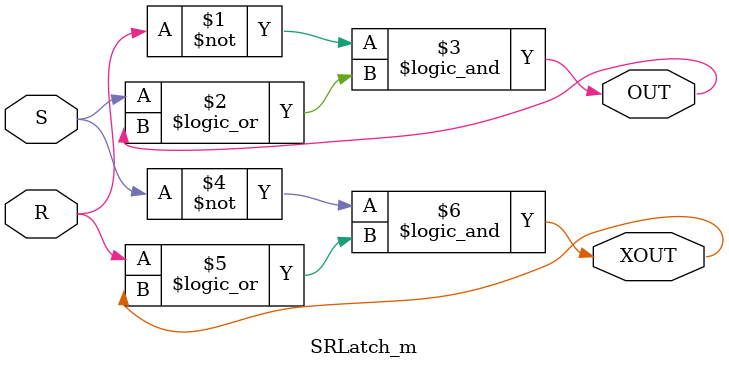
<source format=v>
module SRLatch_m(

	input  wire R		,
	input  wire S		,

	output wire OUT		,
	output wire XOUT
	
);

	assign OUT  = ~R && (S || OUT);
	assign XOUT = ~S && (R || XOUT);

endmodule

</source>
